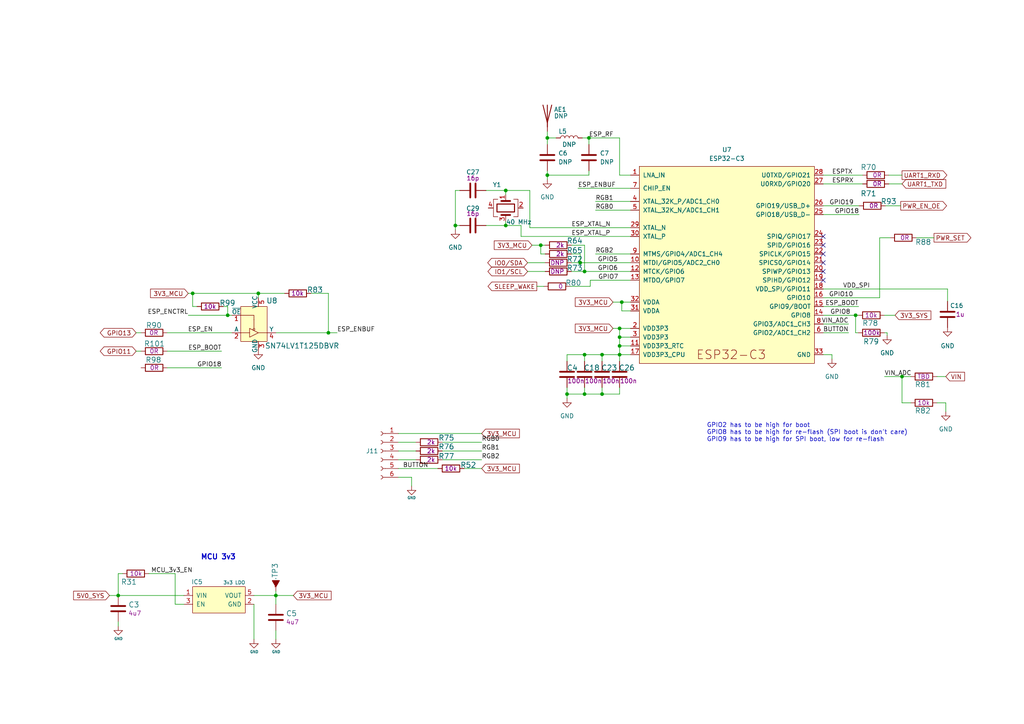
<source format=kicad_sch>
(kicad_sch (version 20211123) (generator eeschema)
  (paper "A4")
  (lib_symbols
    (symbol "Connector:Conn_01x06_Female" (pin_names (offset 1.016) hide)
      (property "Reference" "J" (at 0 7.62 0))
      (property "Value" "Conn_01x06_Female" (at 0 -10.16 0))
      (symbol "Conn_01x06_Female_1_1"
        (arc (start 0 -7.112) (mid -0.508 -7.62) (end 0 -8.128) (stroke (width 0.1524)))
        (arc (start 0 -4.572) (mid -0.508 -5.08) (end 0 -5.588) (stroke (width 0.1524)))
        (arc (start 0 -2.032) (mid -0.508 -2.54) (end 0 -3.048) (stroke (width 0.1524)))
        (polyline (pts (xy -1.27 -7.62) (xy -0.508 -7.62)) (stroke (width 0.1524)))
        (polyline (pts (xy -1.27 -5.08) (xy -0.508 -5.08)) (stroke (width 0.1524)))
        (polyline (pts (xy -1.27 -2.54) (xy -0.508 -2.54)) (stroke (width 0.1524)))
        (polyline (pts (xy -1.27 0) (xy -0.508 0)) (stroke (width 0.1524)))
        (polyline (pts (xy -1.27 2.54) (xy -0.508 2.54)) (stroke (width 0.1524)))
        (polyline (pts (xy -1.27 5.08) (xy -0.508 5.08)) (stroke (width 0.1524)))
        (arc (start 0 0.508) (mid -0.508 0) (end 0 -0.508) (stroke (width 0.1524)))
        (arc (start 0 3.048) (mid -0.508 2.54) (end 0 2.032) (stroke (width 0.1524)))
        (arc (start 0 5.588) (mid -0.508 5.08) (end 0 4.572) (stroke (width 0.1524)))
        (pin passive line (at -5.08 5.08 0) (length 3.81) (name "Pin_1") (number "1"))
        (pin passive line (at -5.08 2.54 0) (length 3.81) (name "Pin_2") (number "2"))
        (pin passive line (at -5.08 0 0) (length 3.81) (name "Pin_3") (number "3"))
        (pin passive line (at -5.08 -2.54 0) (length 3.81) (name "Pin_4") (number "4"))
        (pin passive line (at -5.08 -5.08 0) (length 3.81) (name "Pin_5") (number "5"))
        (pin passive line (at -5.08 -7.62 0) (length 3.81) (name "Pin_6") (number "6"))
      )
    )
    (symbol "Device:Antenna" (pin_numbers hide) (pin_names (offset 1.016) hide)
      (property "Reference" "AE" (at -1.905 1.905 0))
      (property "Value" "Antenna" (at -1.905 0 0))
      (symbol "Antenna_0_1"
        (polyline (pts (xy 0 2.54) (xy 0 -3.81)) (stroke (width 0.254)))
        (polyline (pts (xy 1.27 2.54) (xy 0 -2.54) (xy -1.27 2.54)) (stroke (width 0.254)))
      )
      (symbol "Antenna_1_1"
        (pin input line (at 0 -5.08 90) (length 2.54) (name "A") (number "1"))
      )
    )
    (symbol "Device:C" (pin_numbers hide) (pin_names (offset 0.254))
      (property "Reference" "C" (at 0.635 2.54 0))
      (property "Value" "C" (at 0.635 -2.54 0))
      (symbol "C_0_1"
        (polyline (pts (xy -2.032 -0.762) (xy 2.032 -0.762)) (stroke (width 0.508)))
        (polyline (pts (xy -2.032 0.762) (xy 2.032 0.762)) (stroke (width 0.508)))
      )
      (symbol "C_1_1"
        (pin passive line (at 0 3.81 270) (length 2.794) (name "~") (number "1"))
        (pin passive line (at 0 -3.81 90) (length 2.794) (name "~") (number "2"))
      )
    )
    (symbol "Device:Crystal_GND24" (pin_names (offset 1.016) hide)
      (property "Reference" "Y" (at 3.175 5.08 0))
      (property "Value" "Crystal_GND24" (at 3.175 3.175 0))
      (symbol "Crystal_GND24_0_1"
        (rectangle (start -1.143 2.54) (end 1.143 -2.54) (stroke (width 0.3048)))
        (polyline (pts (xy -2.54 0) (xy -2.032 0)))
        (polyline (pts (xy -2.032 -1.27) (xy -2.032 1.27)) (stroke (width 0.508)))
        (polyline (pts (xy 0 -3.81) (xy 0 -3.556)))
        (polyline (pts (xy 0 3.556) (xy 0 3.81)))
        (polyline (pts (xy 2.032 -1.27) (xy 2.032 1.27)) (stroke (width 0.508)))
        (polyline (pts (xy 2.032 0) (xy 2.54 0)))
        (polyline (pts (xy -2.54 -2.286) (xy -2.54 -3.556) (xy 2.54 -3.556) (xy 2.54 -2.286)))
        (polyline (pts (xy -2.54 2.286) (xy -2.54 3.556) (xy 2.54 3.556) (xy 2.54 2.286)))
      )
      (symbol "Crystal_GND24_1_1"
        (pin passive line (at -3.81 0 0) (length 1.27) (name "1") (number "1"))
        (pin passive line (at 0 5.08 270) (length 1.27) (name "2") (number "2"))
        (pin passive line (at 3.81 0 180) (length 1.27) (name "3") (number "3"))
        (pin passive line (at 0 -5.08 90) (length 1.27) (name "4") (number "4"))
      )
    )
    (symbol "Device:L" (pin_numbers hide) (pin_names (offset 1.016) hide)
      (property "Reference" "L" (at -1.27 0 90))
      (property "Value" "L" (at 1.905 0 90))
      (symbol "L_0_1"
        (arc (start 0 -2.54) (mid 0.635 -1.905) (end 0 -1.27))
        (arc (start 0 -1.27) (mid 0.635 -0.635) (end 0 0))
        (arc (start 0 0) (mid 0.635 0.635) (end 0 1.27))
        (arc (start 0 1.27) (mid 0.635 1.905) (end 0 2.54))
      )
      (symbol "L_1_1"
        (pin passive line (at 0 3.81 270) (length 1.27) (name "1") (number "1"))
        (pin passive line (at 0 -3.81 90) (length 1.27) (name "2") (number "2"))
      )
    )
    (symbol "Espressif:ESP32-C3" (pin_names (offset 1.016))
      (property "Reference" "U" (at 0 31.75 0))
      (property "Value" "ESP32-C3" (at 0 -27.94 0))
      (symbol "ESP32-C3_0_0"
        (text "ESP32-C3" (at 1.27 -24.13 0) (effects (font (size 2.54 2.54))))
        (pin bidirectional line (at -27.94 27.94 0) (length 2.54) (name "LNA_IN") (number "1"))
        (pin bidirectional line (at -27.94 2.54 0) (length 2.54) (name "MTDI/GPIO5/ADC2_CH0") (number "10"))
        (pin power_in line (at -27.94 -21.59 0) (length 2.54) (name "VDD3P3_RTC") (number "11"))
        (pin bidirectional line (at -27.94 0 0) (length 2.54) (name "MTCK/GPIO6") (number "12"))
        (pin bidirectional line (at -27.94 -2.54 0) (length 2.54) (name "MTDO/GPIO7") (number "13"))
        (pin bidirectional line (at 27.94 -12.7 180) (length 2.54) (name "GPIO8") (number "14"))
        (pin bidirectional line (at 27.94 -10.16 180) (length 2.54) (name "GPIO9/BOOT") (number "15"))
        (pin bidirectional line (at 27.94 -7.62 180) (length 2.54) (name "GPIO10") (number "16"))
        (pin power_in line (at -27.94 -24.13 0) (length 2.54) (name "VDD3P3_CPU") (number "17"))
        (pin bidirectional line (at 27.94 -5.08 180) (length 2.54) (name "VDD_SPI/GPIO11") (number "18"))
        (pin bidirectional line (at 27.94 -2.54 180) (length 2.54) (name "SPIHD/GPIO12") (number "19"))
        (pin power_in line (at -27.94 -16.51 0) (length 2.54) (name "VDD3P3") (number "2"))
        (pin bidirectional line (at 27.94 0 180) (length 2.54) (name "SPIWP/GPIO13") (number "20"))
        (pin bidirectional line (at 27.94 2.54 180) (length 2.54) (name "SPICS0/GPIO14") (number "21"))
        (pin bidirectional line (at 27.94 5.08 180) (length 2.54) (name "SPICLK/GPIO15") (number "22"))
        (pin bidirectional line (at 27.94 7.62 180) (length 2.54) (name "SPID/GPIO16") (number "23"))
        (pin bidirectional line (at 27.94 10.16 180) (length 2.54) (name "SPIQ/GPIO17") (number "24"))
        (pin bidirectional line (at 27.94 16.51 180) (length 2.54) (name "GPIO18/USB_D-") (number "25"))
        (pin bidirectional line (at 27.94 19.05 180) (length 2.54) (name "GPIO19/USB_D+") (number "26"))
        (pin bidirectional line (at 27.94 25.4 180) (length 2.54) (name "U0RXD/GPIO20") (number "27"))
        (pin bidirectional line (at 27.94 27.94 180) (length 2.54) (name "U0TXD/GPIO21") (number "28"))
        (pin output line (at -27.94 12.7 0) (length 2.54) (name "XTAL_N") (number "29"))
        (pin power_in line (at -27.94 -19.05 0) (length 2.54) (name "VDD3P3") (number "3"))
        (pin input line (at -27.94 10.16 0) (length 2.54) (name "XTAL_P") (number "30"))
        (pin power_in line (at -27.94 -11.43 0) (length 2.54) (name "VDDA") (number "31"))
        (pin power_in line (at -27.94 -8.89 0) (length 2.54) (name "VDDA") (number "32"))
        (pin power_in line (at 27.94 -24.13 180) (length 2.54) (name "GND") (number "33"))
        (pin output line (at -27.94 20.32 0) (length 2.54) (name "XTAL_32K_P/ADC1_CH0") (number "4"))
        (pin input line (at -27.94 17.78 0) (length 2.54) (name "XTAL_32K_N/ADC1_CH1") (number "5"))
        (pin bidirectional line (at 27.94 -17.78 180) (length 2.54) (name "GPIO2/ADC1_CH2") (number "6"))
        (pin input line (at -27.94 24.13 0) (length 2.54) (name "CHIP_EN") (number "7"))
        (pin bidirectional line (at 27.94 -15.24 180) (length 2.54) (name "GPIO3/ADC1_CH3") (number "8"))
        (pin bidirectional line (at -27.94 5.08 0) (length 2.54) (name "MTMS/GPIO4/ADC1_CH4") (number "9"))
      )
      (symbol "ESP32-C3_0_1"
        (rectangle (start -25.4 30.48) (end 25.4 -26.67) (fill (type background)))
      )
    )
    (symbol "jetson-nano-baseboard:C_100n_0402" (pin_names (offset 0))
      (property "Reference" "C" (at -1.397 3.429 0))
      (property "Val" "100n" (at 0 -2.54 0))
      (symbol "C_100n_0402_1_1"
        (polyline (pts (xy -2.032 -0.762) (xy 2.032 -0.762)) (stroke (width 0.508)))
        (polyline (pts (xy -2.032 0.762) (xy 2.032 0.762)) (stroke (width 0.508)))
        (pin passive line (at 0 3.81 270) (length 2.794) (name "~") (number "1"))
        (pin passive line (at 0 -3.81 90) (length 2.794) (name "~") (number "2"))
      )
    )
    (symbol "jetson-nano-baseboard:C_2u2_0402" (pin_names (offset 0))
      (property "Reference" "C" (at -1.397 3.429 0))
      (property "Val" "2u2" (at 0 -2.54 0))
      (symbol "C_2u2_0402_1_1"
        (polyline (pts (xy -2.032 -0.762) (xy 2.032 -0.762)) (stroke (width 0.508)))
        (polyline (pts (xy -2.032 0.762) (xy 2.032 0.762)) (stroke (width 0.508)))
        (pin passive line (at 0 3.81 270) (length 2.794) (name "~") (number "1"))
        (pin passive line (at 0 -3.81 90) (length 2.794) (name "~") (number "2"))
      )
    )
    (symbol "jetson-nano-baseboard:GND" (power) (pin_names (offset 0))
      (property "Value" "GND" (at 0 -3.81 0))
      (symbol "GND_0_1"
        (polyline (pts (xy 0 0) (xy 0 -1.27) (xy 1.27 -1.27) (xy 0 -2.54) (xy -1.27 -1.27) (xy 0 -1.27)))
      )
      (symbol "GND_1_1"
        (pin power_in line (at 0 0 270) (length 0) hide (name "GND") (number "1"))
      )
    )
    (symbol "jetson-nano-baseboard:R_10k_0402" (pin_names (offset 0))
      (property "Reference" "R" (at -1.397 3.429 0))
      (property "Val" "10k" (at 0 -2.54 0))
      (symbol "R_10k_0402_1_1"
        (rectangle (start 2.54 -1.016) (end -2.54 1.016) (stroke (width 0.254)))
        (pin passive line (at -3.81 0 0) (length 1.27) (name "~") (number "1"))
        (pin passive line (at 3.81 0 180) (length 1.27) (name "~") (number "2"))
      )
    )
    (symbol "jetson-nano-baseboard:SN74LV1T125DBVR" (pin_names (offset 0))
      (property "Reference" "U" (at -2.54 6.35 0))
      (property "Value" "SN74LV1T125DBVR" (at 1.905 -6.35 0))
      (symbol "SN74LV1T125DBVR_0_1"
        (rectangle (start -5.08 5.08) (end 2.54 -5.08) (fill (type background)))
        (circle (center -1.27 -1.524) (radius 0.254))
        (polyline (pts (xy -1.27 1.27) (xy -1.27 -1.27)))
        (polyline (pts (xy 0 -2.54) (xy 2.54 -2.54)))
        (polyline (pts (xy -5.08 2.54) (xy -1.27 2.54) (xy -1.27 1.27)))
        (polyline (pts (xy -2.54 -2.54) (xy -3.81 -2.54) (xy -5.08 -2.54)))
        (polyline (pts (xy -2.54 -1.27) (xy -2.54 -3.81) (xy 0 -2.54) (xy -2.54 -1.27)))
      )
      (symbol "SN74LV1T125DBVR_1_1"
        (pin input line (at -7.62 2.54 0) (length 2.54) (name "~{OE}") (number "1"))
        (pin input line (at -7.62 -2.54 0) (length 2.54) (name "A") (number "2"))
        (pin power_in line (at 0 -7.62 90) (length 2.54) (name "GND") (number "3"))
        (pin output line (at 5.08 -2.54 180) (length 2.54) (name "Y") (number "4"))
        (pin power_in line (at 0 7.62 270) (length 2.54) (name "VCC") (number "5"))
      )
    )
    (symbol "jetson-nano-baseboard:TPS7A0518PDBVT" (pin_names (offset 1.016))
      (property "Reference" "IC" (at -6.35 5.08 0))
      (property "Value" "TPS7A0518PDBVT" (at -1.651 -4.826 0))
      (property "MPN" "TPS7A0518PDBVT" (at -3.81 7.62 0))
      (property "Manufacturer" "Texas Instruments" (at -1.27 10.16 0))
      (symbol "TPS7A0518PDBVT_1_1"
        (rectangle (start -7.62 3.81) (end 7.62 -3.81) (fill (type background)))
        (pin passive line (at -10.16 1.27 0) (length 2.54) (name "VIN") (number "1"))
        (pin passive line (at 10.16 -1.27 180) (length 2.54) (name "GND") (number "2"))
        (pin passive line (at -10.16 -1.27 0) (length 2.54) (name "EN") (number "3"))
        (pin passive line (at 10.16 1.27 180) (length 2.54) (name "VOUT") (number "5"))
      )
    )
    (symbol "jetson-nano-baseboard:Testpad" (pin_names (offset 1.016))
      (property "Reference" "TP" (at -7.62 -1.27 0))
      (symbol "Testpad_0_1"
        (polyline (pts (xy 0 0) (xy 1.016 1.778) (xy -1.016 1.778) (xy 0 0) (xy 0 0)) (stroke (width 0.254)) (fill (type outline)))
        (pin passive line (at 0 -1.27 90) (length 2.54) (name "P") (number "1"))
      )
    )
    (symbol "power:GND" (power) (pin_names (offset 0))
      (property "Value" "GND" (at 0 -3.81 0))
      (symbol "GND_0_1"
        (polyline (pts (xy 0 0) (xy 0 -1.27) (xy 1.27 -1.27) (xy 0 -2.54) (xy -1.27 -1.27) (xy 0 -1.27)))
      )
      (symbol "GND_1_1"
        (pin power_in line (at 0 0 270) (length 0) hide (name "GND") (number "1"))
      )
    )
  )
  (junction (at 95.25 96.52))
  (junction (at 248.158 91.44))
  (junction (at 169.545 114.3))
  (junction (at 55.88 85.09))
  (junction (at 132.08 65.405))
  (junction (at 146.685 55.245))
  (junction (at 179.705 95.25))
  (junction (at 261.62 109.22))
  (junction (at 179.705 102.87))
  (junction (at 174.625 114.3))
  (junction (at 180.34 87.63))
  (junction (at 168.275 76.2))
  (junction (at 164.465 114.3))
  (junction (at 146.685 65.405))
  (junction (at 66.04 91.44))
  (junction (at 158.75 40.005))
  (junction (at 158.75 50.8))
  (junction (at 179.705 97.79))
  (junction (at 174.625 102.87))
  (junction (at 80.01 172.72))
  (junction (at 169.545 78.74))
  (junction (at 179.705 100.33))
  (junction (at 170.815 40.005))
  (junction (at 169.545 102.87))
  (junction (at 74.93 85.09))
  (junction (at 156.845 71.12))
  (junction (at 34.29 172.72))
  (no_connect (at 238.76 81.28))
  (no_connect (at 238.76 78.74))
  (no_connect (at 238.76 68.58))
  (no_connect (at 238.76 76.2))
  (no_connect (at 238.76 73.66))
  (no_connect (at 238.76 71.12))
  (wire (pts (xy 54.61 85.09) (xy 55.88 85.09)))
  (wire (pts (xy 182.88 100.33) (xy 179.705 100.33)))
  (wire (pts (xy 66.04 91.44) (xy 67.31 91.44)))
  (wire (pts (xy 164.465 112.395) (xy 164.465 114.3)))
  (wire (pts (xy 146.685 55.245) (xy 146.685 56.515)))
  (wire (pts (xy 158.75 40.005) (xy 158.75 41.91)))
  (wire (pts (xy 90.17 85.09) (xy 95.25 85.09)))
  (wire (pts (xy 238.76 93.98) (xy 246.126 93.98)))
  (wire (pts (xy 128.27 130.81) (xy 139.7 130.81)))
  (wire (pts (xy 170.815 40.005) (xy 170.815 41.91)))
  (wire (pts (xy 115.57 133.35) (xy 120.65 133.35)))
  (wire (pts (xy 169.545 102.87) (xy 169.545 104.775)))
  (wire (pts (xy 179.705 102.87) (xy 174.625 102.87)))
  (wire (pts (xy 48.514 101.854) (xy 64.262 101.854)))
  (wire (pts (xy 238.76 50.8) (xy 250.19 50.8)))
  (wire (pts (xy 169.545 112.395) (xy 169.545 114.3)))
  (wire (pts (xy 274.828 87.376) (xy 274.828 83.82)))
  (wire (pts (xy 74.93 85.09) (xy 74.93 86.36)))
  (wire (pts (xy 156.845 71.12) (xy 158.115 71.12)))
  (wire (pts (xy 257.81 50.8) (xy 261.62 50.8)))
  (wire (pts (xy 151.13 65.405) (xy 146.685 65.405)))
  (wire (pts (xy 238.76 86.36) (xy 255.143 86.36)))
  (wire (pts (xy 171.196 81.28) (xy 171.196 83.058)))
  (wire (pts (xy 170.815 40.005) (xy 179.705 40.005)))
  (wire (pts (xy 238.76 102.87) (xy 241.3 102.87)))
  (wire (pts (xy 257.302 96.52) (xy 257.302 97.282)))
  (wire (pts (xy 169.545 78.74) (xy 182.88 78.74)))
  (wire (pts (xy 74.93 85.09) (xy 82.55 85.09)))
  (wire (pts (xy 80.01 96.52) (xy 95.25 96.52)))
  (wire (pts (xy 153.67 55.245) (xy 153.67 66.04)))
  (wire (pts (xy 261.62 109.22) (xy 264.16 109.22)))
  (wire (pts (xy 132.08 65.405) (xy 132.08 66.675)))
  (wire (pts (xy 180.34 90.17) (xy 180.34 87.63)))
  (wire (pts (xy 174.625 114.3) (xy 179.705 114.3)))
  (wire (pts (xy 165.354 83.058) (xy 171.196 83.058)))
  (wire (pts (xy 256.54 109.22) (xy 261.62 109.22)))
  (wire (pts (xy 54.61 91.44) (xy 66.04 91.44)))
  (wire (pts (xy 153.035 78.74) (xy 158.115 78.74)))
  (wire (pts (xy 80.01 171.45) (xy 80.01 172.72)))
  (wire (pts (xy 66.04 88.9) (xy 66.04 91.44)))
  (wire (pts (xy 151.13 68.58) (xy 151.13 65.405)))
  (wire (pts (xy 238.76 53.34) (xy 250.19 53.34)))
  (wire (pts (xy 171.196 81.28) (xy 182.88 81.28)))
  (wire (pts (xy 248.158 96.52) (xy 248.92 96.52)))
  (wire (pts (xy 169.545 102.87) (xy 164.465 102.87)))
  (wire (pts (xy 146.685 64.135) (xy 146.685 65.405)))
  (wire (pts (xy 115.57 128.27) (xy 120.65 128.27)))
  (wire (pts (xy 170.815 50.8) (xy 158.75 50.8)))
  (wire (pts (xy 57.15 88.9) (xy 55.88 88.9)))
  (wire (pts (xy 156.845 71.12) (xy 156.845 73.66)))
  (wire (pts (xy 164.465 114.3) (xy 169.545 114.3)))
  (wire (pts (xy 271.78 109.22) (xy 274.32 109.22)))
  (wire (pts (xy 238.76 59.69) (xy 249.174 59.69)))
  (wire (pts (xy 255.143 68.961) (xy 255.143 86.36)))
  (wire (pts (xy 128.27 133.35) (xy 139.7 133.35)))
  (wire (pts (xy 179.705 100.33) (xy 179.705 97.79)))
  (wire (pts (xy 64.77 88.9) (xy 66.04 88.9)))
  (wire (pts (xy 158.75 40.005) (xy 161.29 40.005)))
  (wire (pts (xy 177.8 87.63) (xy 180.34 87.63)))
  (wire (pts (xy 174.625 102.87) (xy 169.545 102.87)))
  (wire (pts (xy 261.62 116.84) (xy 261.62 109.22)))
  (wire (pts (xy 31.75 172.72) (xy 34.29 172.72)))
  (wire (pts (xy 39.497 96.52) (xy 40.894 96.52)))
  (wire (pts (xy 155.702 83.058) (xy 157.734 83.058)))
  (wire (pts (xy 169.545 71.12) (xy 169.545 78.74)))
  (wire (pts (xy 167.64 54.61) (xy 182.88 54.61)))
  (wire (pts (xy 128.27 128.27) (xy 139.7 128.27)))
  (wire (pts (xy 248.158 91.44) (xy 248.92 91.44)))
  (wire (pts (xy 34.29 180.34) (xy 34.29 181.61)))
  (wire (pts (xy 172.72 60.96) (xy 182.88 60.96)))
  (wire (pts (xy 133.35 55.245) (xy 132.08 55.245)))
  (wire (pts (xy 73.66 172.72) (xy 80.01 172.72)))
  (wire (pts (xy 73.66 175.26) (xy 73.66 185.42)))
  (wire (pts (xy 34.29 172.72) (xy 53.34 172.72)))
  (wire (pts (xy 256.54 96.52) (xy 257.302 96.52)))
  (wire (pts (xy 180.34 87.63) (xy 182.88 87.63)))
  (wire (pts (xy 80.01 182.88) (xy 80.01 185.42)))
  (wire (pts (xy 153.035 76.2) (xy 158.115 76.2)))
  (wire (pts (xy 95.25 96.52) (xy 97.79 96.52)))
  (wire (pts (xy 134.62 135.89) (xy 139.7 135.89)))
  (wire (pts (xy 168.275 76.2) (xy 182.88 76.2)))
  (wire (pts (xy 34.29 172.72) (xy 34.29 166.37)))
  (wire (pts (xy 256.54 91.44) (xy 259.588 91.44)))
  (wire (pts (xy 179.705 102.87) (xy 179.705 100.33)))
  (wire (pts (xy 43.18 166.37) (xy 50.8 166.37)))
  (wire (pts (xy 238.76 62.23) (xy 249.174 62.23)))
  (wire (pts (xy 248.158 91.44) (xy 248.158 96.52)))
  (wire (pts (xy 165.735 76.2) (xy 168.275 76.2)))
  (wire (pts (xy 179.705 40.005) (xy 179.705 50.8)))
  (wire (pts (xy 115.57 135.89) (xy 127 135.89)))
  (wire (pts (xy 48.514 96.52) (xy 67.31 96.52)))
  (wire (pts (xy 238.76 88.9) (xy 249.047 88.9)))
  (wire (pts (xy 158.75 50.8) (xy 158.75 52.07)))
  (wire (pts (xy 182.88 90.17) (xy 180.34 90.17)))
  (wire (pts (xy 132.08 55.245) (xy 132.08 65.405)))
  (wire (pts (xy 115.57 130.81) (xy 120.65 130.81)))
  (wire (pts (xy 55.88 88.9) (xy 55.88 85.09)))
  (wire (pts (xy 274.32 116.84) (xy 274.32 119.38)))
  (wire (pts (xy 115.57 125.73) (xy 139.7 125.73)))
  (wire (pts (xy 146.685 55.245) (xy 153.67 55.245)))
  (wire (pts (xy 182.88 68.58) (xy 151.13 68.58)))
  (wire (pts (xy 258.191 68.961) (xy 255.143 68.961)))
  (wire (pts (xy 241.3 102.87) (xy 241.3 104.14)))
  (wire (pts (xy 39.497 101.854) (xy 40.894 101.854)))
  (wire (pts (xy 115.57 138.43) (xy 119.38 138.43)))
  (wire (pts (xy 133.35 65.405) (xy 132.08 65.405)))
  (wire (pts (xy 50.8 175.26) (xy 53.34 175.26)))
  (wire (pts (xy 165.735 71.12) (xy 169.545 71.12)))
  (wire (pts (xy 179.705 50.8) (xy 182.88 50.8)))
  (wire (pts (xy 168.91 40.005) (xy 170.815 40.005)))
  (wire (pts (xy 257.81 53.34) (xy 261.62 53.34)))
  (wire (pts (xy 174.625 112.395) (xy 174.625 114.3)))
  (wire (pts (xy 238.76 91.44) (xy 248.158 91.44)))
  (wire (pts (xy 174.625 102.87) (xy 174.625 104.775)))
  (wire (pts (xy 265.811 68.961) (xy 270.891 68.961)))
  (wire (pts (xy 238.76 96.52) (xy 246.126 96.52)))
  (wire (pts (xy 264.16 116.84) (xy 261.62 116.84)))
  (wire (pts (xy 170.815 49.53) (xy 170.815 50.8)))
  (wire (pts (xy 80.01 175.26) (xy 80.01 172.72)))
  (wire (pts (xy 154.305 71.12) (xy 156.845 71.12)))
  (wire (pts (xy 95.25 85.09) (xy 95.25 96.52)))
  (wire (pts (xy 179.705 97.79) (xy 179.705 95.25)))
  (wire (pts (xy 164.465 115.57) (xy 164.465 114.3)))
  (wire (pts (xy 158.75 49.53) (xy 158.75 50.8)))
  (wire (pts (xy 179.705 104.775) (xy 179.705 102.87)))
  (wire (pts (xy 153.67 66.04) (xy 182.88 66.04)))
  (wire (pts (xy 140.97 55.245) (xy 146.685 55.245)))
  (wire (pts (xy 179.705 95.25) (xy 177.8 95.25)))
  (wire (pts (xy 34.29 166.37) (xy 35.56 166.37)))
  (wire (pts (xy 85.09 172.72) (xy 80.01 172.72)))
  (wire (pts (xy 48.514 106.68) (xy 64.262 106.68)))
  (wire (pts (xy 168.275 73.66) (xy 168.275 76.2)))
  (wire (pts (xy 156.845 73.66) (xy 158.115 73.66)))
  (wire (pts (xy 179.705 102.87) (xy 182.88 102.87)))
  (wire (pts (xy 119.38 138.43) (xy 119.38 140.97)))
  (wire (pts (xy 55.88 85.09) (xy 74.93 85.09)))
  (wire (pts (xy 50.8 166.37) (xy 50.8 175.26)))
  (wire (pts (xy 165.735 73.66) (xy 168.275 73.66)))
  (wire (pts (xy 169.545 114.3) (xy 174.625 114.3)))
  (wire (pts (xy 256.794 59.69) (xy 261.239 59.69)))
  (wire (pts (xy 172.72 58.42) (xy 182.88 58.42)))
  (wire (pts (xy 172.72 73.66) (xy 182.88 73.66)))
  (wire (pts (xy 164.465 102.87) (xy 164.465 104.775)))
  (wire (pts (xy 140.97 65.405) (xy 146.685 65.405)))
  (wire (pts (xy 271.78 116.84) (xy 274.32 116.84)))
  (wire (pts (xy 179.705 114.3) (xy 179.705 112.395)))
  (wire (pts (xy 179.705 97.79) (xy 182.88 97.79)))
  (wire (pts (xy 238.76 83.82) (xy 274.828 83.82)))
  (wire (pts (xy 158.75 38.1) (xy 158.75 40.005)))
  (wire (pts (xy 179.705 95.25) (xy 182.88 95.25)))
  (wire (pts (xy 165.735 78.74) (xy 169.545 78.74)))
  (text "GPIO2 has to be high for boot\nGPIO8 has to be high for re-flash (SPI boot is don't care)\nGPIO9 has to be high for SPI boot, low for re-flash\n" (at 204.978 128.27 0) (effects (font (size 1.27 1.27)) (justify left bottom)))
  (text "MCU 3v3\n" (at 58.166 162.56 0) (effects (font (size 1.4986 1.4986) (thickness 0.2997) bold) (justify left bottom)))
  (label "ESPTX" (at 241.3 50.8 0))
  (label "GPIO7" (at 173.482 81.28 0))
  (label "GPIO18" (at 64.262 106.68 180))
  (label "GPIO6" (at 173.355 78.74 0))
  (label "RGB1" (at 172.72 58.42 0))
  (label "ESP_EN" (at 54.483 96.52 0))
  (label "ESP_RF" (at 170.815 40.005 0))
  (label "ESP_ENCTRL" (at 54.61 91.44 180))
  (label "GPIO10" (at 240.411 86.36 0))
  (label "ESP_ENBUF" (at 97.79 96.52 0))
  (label "ESP_ENBUF" (at 167.64 54.61 0))
  (label "BUTTON" (at 246.126 96.52 180))
  (label "RGB1" (at 139.7 130.81 0))
  (label "ESP_XTAL_P" (at 165.735 68.58 0))
  (label "ESP_XTAL_N" (at 165.735 66.04 0))
  (label "GPIO5" (at 173.355 76.2 0))
  (label "VIN_ADC" (at 256.54 109.22 0))
  (label "MCU_3v3_EN" (at 43.815 166.37 0))
  (label "VDD_SPI" (at 244.475 83.82 0))
  (label "RGB0" (at 139.7 128.27 0))
  (label "RGB0" (at 172.72 60.96 0))
  (label "ESPRX" (at 241.3 53.34 0))
  (label "BUTTON" (at 116.84 135.89 0))
  (label "RGB2" (at 139.7 133.35 0))
  (label "GPIO8" (at 240.792 91.44 0))
  (label "VIN_ADC" (at 246.126 93.98 180))
  (label "RGB2" (at 172.72 73.66 0))
  (label "GPIO19" (at 240.538 59.69 0))
  (label "ESP_BOOT" (at 249.047 88.9 180))
  (label "GPIO18" (at 249.174 62.23 180))
  (label "ESP_BOOT" (at 64.262 101.854 180))
  (global_label "UART1_TXD" (shape input) (at 261.62 53.34 0) (property "Intersheet References" "${INTERSHEET_REFS}" (effects hide)))
  (global_label "VIN" (shape input) (at 274.32 109.22 0) (property "Intersheet References" "${INTERSHEET_REFS}" (effects hide)))
  (global_label "5V0_SYS" (shape input) (at 31.75 172.72 180) (property "Intersheet References" "${INTERSHEET_REFS}" (effects hide)))
  (global_label "3V3_MCU" (shape input) (at 139.7 125.73 0) (property "Intersheet References" "${INTERSHEET_REFS}" (effects hide)))
  (global_label "3V3_SYS" (shape input) (at 259.588 91.44 0) (property "Intersheet References" "${INTERSHEET_REFS}" (effects hide)))
  (global_label "3V3_MCU" (shape input) (at 85.09 172.72 0) (property "Intersheet References" "${INTERSHEET_REFS}" (effects hide)))
  (global_label "IO1{slash}SCL" (shape bidirectional) (at 153.035 78.74 180) (property "Intersheet References" "${INTERSHEET_REFS}" (effects hide)))
  (global_label "UART1_RXD" (shape output) (at 261.62 50.8 0) (property "Intersheet References" "${INTERSHEET_REFS}" (effects hide)))
  (global_label "GPIO11" (shape bidirectional) (at 39.497 101.854 180) (property "Intersheet References" "${INTERSHEET_REFS}" (effects hide)))
  (global_label "3V3_MCU" (shape input) (at 139.7 135.89 0) (property "Intersheet References" "${INTERSHEET_REFS}" (effects hide)))
  (global_label "GPIO13" (shape bidirectional) (at 39.497 96.52 180) (property "Intersheet References" "${INTERSHEET_REFS}" (effects hide)))
  (global_label "SLEEP_WAKE" (shape output) (at 155.702 83.058 180) (property "Intersheet References" "${INTERSHEET_REFS}" (effects hide)))
  (global_label "3V3_MCU" (shape input) (at 177.8 95.25 180) (property "Intersheet References" "${INTERSHEET_REFS}" (effects hide)))
  (global_label "3V3_MCU" (shape input) (at 177.8 87.63 180) (property "Intersheet References" "${INTERSHEET_REFS}" (effects hide)))
  (global_label "3V3_MCU" (shape input) (at 54.61 85.09 180) (property "Intersheet References" "${INTERSHEET_REFS}" (effects hide)))
  (global_label "PWR_SET" (shape output) (at 270.891 68.961 0) (property "Intersheet References" "${INTERSHEET_REFS}" (effects hide)))
  (global_label "PWR_EN_OE" (shape output) (at 261.239 59.69 0) (property "Intersheet References" "${INTERSHEET_REFS}" (effects hide)))
  (global_label "3V3_MCU" (shape input) (at 154.305 71.12 180) (property "Intersheet References" "${INTERSHEET_REFS}" (effects hide)))
  (global_label "IO0{slash}SDA" (shape bidirectional) (at 153.035 76.2 180) (property "Intersheet References" "${INTERSHEET_REFS}" (effects hide)))
  (symbol (lib_id "jetson-nano-baseboard:R_10k_0402") (at 44.704 101.854 180) (unit 1)
    (property "Reference" "R101" (at 47.879 99.695 0) (effects (font (size 1.524 1.524)) (justify left)))
    (property "Value" "R_0R_0402" (effects hide))
    (property "Footprint" "Resistor_SMD:R_0402_1005Metric" (effects hide))
    (property "Val" "0R" (at 44.704 101.854 0))
  )
  (symbol (lib_id "jetson-nano-baseboard:C_2u2_0402") (at 80.01 179.07 0) (unit 1)
    (property "Reference" "C5" (at 82.931 177.927 0) (effects (font (size 1.524 1.524)) (justify left)))
    (property "Value" "C_4u7_0603" (effects hide))
    (property "Footprint" "Capacitor_SMD:C_0603_1608Metric" (effects hide))
    (property "Val" "4u7" (at 82.931 180.4162 0) (effects (justify left)))
  )
  (symbol (lib_id "power:GND") (at 274.32 119.38 0) (unit 1)
    (property "Reference" "#PWR06" (effects hide))
    (property "Value" "GND" (at 274.32 124.46 0))
  )
  (symbol (lib_id "jetson-nano-baseboard:C_100n_0402") (at 164.465 108.585 180) (unit 1)
    (property "Reference" "C4" (at 167.64 106.68 0) (effects (font (size 1.524 1.524)) (justify left)))
    (property "Value" "C_100n_0402" (effects hide))
    (property "Footprint" "jetson-nano-baseboard-footprints:0402-cap" (effects hide))
    (property "Manufacturer" "Walsin" (effects hide))
    (property "MPN" "0402X104K6R3CT" (effects hide))
    (property "Val" "100n" (at 169.545 110.49 0) (effects (justify left)))
  )
  (symbol (lib_id "jetson-nano-baseboard:R_10k_0402") (at 267.97 109.22 180) (unit 1)
    (property "Reference" "R81" (at 270.002 111.506 0) (effects (font (size 1.524 1.524)) (justify left)))
    (property "Value" "TBD" (effects hide))
    (property "Footprint" "Resistor_SMD:R_0402_1005Metric" (effects hide))
    (property "Val" "TBD" (at 269.748 109.22 0) (effects (justify left)))
  )
  (symbol (lib_id "jetson-nano-baseboard:R_10k_0402") (at 124.46 128.27 180) (unit 1)
    (property "Reference" "R75" (at 131.826 127 0) (effects (font (size 1.524 1.524)) (justify left)))
    (property "Value" "R_2k_0402" (effects hide))
    (property "Footprint" "Resistor_SMD:R_0402_1005Metric" (effects hide))
    (property "Val" "2k" (at 126.238 128.27 0) (effects (justify left)))
  )
  (symbol (lib_id "jetson-nano-baseboard:GND") (at 73.66 185.42 0) (unit 1)
    (property "Reference" "#GND_026" (effects hide))
    (property "Value" "GND" (at 73.7362 189.0522 0) (effects (font (size 0.762 0.762))))
  )
  (symbol (lib_id "Device:L") (at 165.1 40.005 90) (unit 1)
    (property "Reference" "L5" (at 163.195 38.1 90))
    (property "Value" "DNP" (at 165.1 41.91 90))
    (property "Footprint" "Inductor_SMD:L_0402_1005Metric" (effects hide))
  )
  (symbol (lib_id "Device:Crystal_GND24") (at 146.685 60.325 270) (unit 1)
    (property "Reference" "Y1" (at 144.145 53.5938 90))
    (property "Value" "40 MHz" (at 150.495 64.3888 90))
    (property "Footprint" "Crystal:Crystal_SMD_2016-4Pin_2.0x1.6mm" (effects hide))
  )
  (symbol (lib_id "power:GND") (at 164.465 115.57 0) (unit 1)
    (property "Reference" "#PWR04" (effects hide))
    (property "Value" "GND" (at 164.465 120.65 0))
  )
  (symbol (lib_id "jetson-nano-baseboard:R_10k_0402") (at 161.925 78.74 180) (unit 1)
    (property "Reference" "R73" (at 169.037 77.724 0) (effects (font (size 1.524 1.524)) (justify left)))
    (property "Value" "DNP" (effects hide))
    (property "Footprint" "Resistor_SMD:R_0402_1005Metric" (effects hide))
    (property "Val" "DNP" (at 163.703 78.74 0) (effects (justify left)))
  )
  (symbol (lib_id "Device:C") (at 137.16 65.405 270) (unit 1)
    (property "Reference" "C29" (at 137.16 60.452 90))
    (property "Value" "C_16p_0402" (effects hide))
    (property "Footprint" "Capacitor_SMD:C_0402_1005Metric" (effects hide))
    (property "Val" "16p" (at 137.16 61.976 90))
  )
  (symbol (lib_id "power:GND") (at 158.75 52.07 0) (unit 1)
    (property "Reference" "#PWR01" (effects hide))
    (property "Value" "GND" (at 158.75 57.15 0))
  )
  (symbol (lib_id "Device:C") (at 137.16 55.245 270) (unit 1)
    (property "Reference" "C27" (at 137.16 49.911 90))
    (property "Value" "C_16p_0402" (effects hide))
    (property "Footprint" "Capacitor_SMD:C_0402_1005Metric" (effects hide))
    (property "Val" "16p" (at 137.16 51.689 90))
  )
  (symbol (lib_id "power:GND") (at 241.3 104.14 0) (unit 1)
    (property "Reference" "#PWR02" (effects hide))
    (property "Value" "GND" (at 241.3 109.22 0))
  )
  (symbol (lib_id "jetson-nano-baseboard:R_10k_0402") (at 161.544 83.058 180) (unit 1)
    (property "Reference" "R80" (at 168.656 82.042 0) (effects (font (size 1.524 1.524)) (justify left)))
    (property "Value" "R_0R_0402" (effects hide))
    (property "Footprint" "Resistor_SMD:R_0402_1005Metric" (effects hide))
    (property "Val" "0" (at 163.322 83.058 0) (effects (justify left)))
  )
  (symbol (lib_id "jetson-nano-baseboard:SN74LV1T125DBVR") (at 74.93 93.98 0) (unit 1)
    (property "Reference" "U8" (at 78.867 87.2237 0) (effects (font (size 1.524 1.524))))
    (property "Value" "SN74LV1T125DBVR" (at 87.63 100.3047 0) (effects (font (size 1.524 1.524))))
    (property "Footprint" "jetson-nano-baseboard-footprints:SOT-23-5" (effects hide))
    (property "MPN" "SN74LV1T125DBVR" (effects hide))
    (property "Manufacturer" "Texas Instruments" (effects hide))
  )
  (symbol (lib_id "power:GND") (at 74.93 101.6 0) (unit 1)
    (property "Reference" "#PWR07" (effects hide))
    (property "Value" "GND" (at 74.93 106.68 0))
  )
  (symbol (lib_id "jetson-nano-baseboard:R_10k_0402") (at 252.73 91.44 180) (unit 1)
    (property "Reference" "R78" (at 254.762 93.726 0) (effects (font (size 1.524 1.524)) (justify left)))
    (property "Value" "R_10k_0402" (effects hide))
    (property "Footprint" "Resistor_SMD:R_0402_1005Metric" (effects hide))
    (property "Val" "10k" (at 254.508 91.44 0) (effects (justify left)))
  )
  (symbol (lib_id "power:GND") (at 274.828 94.996 0) (unit 1)
    (property "Reference" "#PWR03" (effects hide))
    (property "Value" "GND" (at 274.828 100.33 0))
  )
  (symbol (lib_id "jetson-nano-baseboard:R_10k_0402") (at 39.37 166.37 180) (unit 1)
    (property "Reference" "R31" (at 39.751 168.783 0) (effects (font (size 1.524 1.524)) (justify left)))
    (property "Value" "R_10k_0402" (effects hide))
    (property "Footprint" "jetson-nano-baseboard-footprints:0402-res" (effects hide))
    (property "Manufacturer" "VISHAY" (effects hide))
    (property "MPN" "CRCW040210K0FKEDHP" (effects hide))
    (property "Val" "10k" (at 41.275 166.37 0) (effects (justify left)))
  )
  (symbol (lib_id "power:GND") (at 257.302 97.282 0) (unit 1)
    (property "Reference" "#PWR0101" (effects hide))
    (property "Value" "GND" (at 257.302 102.362 0))
  )
  (symbol (lib_id "jetson-nano-baseboard:Testpad") (at 80.01 170.18 0) (unit 1)
    (property "Reference" "TP3" (at 80.645 167.64 90) (effects (font (size 1.524 1.524)) (justify left bottom)))
    (property "Footprint" "jetson-nano-baseboard-footprints:TP-R-1.5" (effects hide))
    (property "MPN" "N/A" (effects hide))
    (property "Manufacturer" "N/A" (effects hide))
  )
  (symbol (lib_id "jetson-nano-baseboard:R_10k_0402") (at 252.73 96.52 180) (unit 1)
    (property "Reference" "R79" (at 255.016 99.06 0) (effects (font (size 1.524 1.524)) (justify left)))
    (property "Value" "R_100k_0402" (effects hide))
    (property "Footprint" "Resistor_SMD:R_0402_1005Metric" (effects hide))
    (property "Val" "100k" (at 255.27 96.52 0) (effects (justify left)))
  )
  (symbol (lib_id "Device:Antenna") (at 158.75 33.02 0) (unit 1)
    (property "Reference" "AE1" (at 160.655 31.7499 0) (effects (justify left)))
    (property "Value" "DNP" (at 160.655 33.6549 0) (effects (justify left)))
    (property "Footprint" "Connector_Coaxial:U.FL_Hirose_U.FL-R-SMT-1_Vertical" (effects hide))
  )
  (symbol (lib_id "Espressif:ESP32-C3") (at 210.82 78.74 0) (unit 1)
    (property "Reference" "U7" (at 210.82 43.434 0))
    (property "Value" "ESP32-C3" (at 210.82 45.974 0))
    (property "Footprint" "Package_DFN_QFN:QFN-32-1EP_5x5mm_P0.5mm_EP3.45x3.45mm" (effects hide))
    (property "Datasheet" "https://www.espressif.com/sites/default/files/documentation/esp32-c3_datasheet_en.pdf" (effects hide))
  )
  (symbol (lib_id "jetson-nano-baseboard:TPS7A0518PDBVT") (at 63.5 173.99 0) (unit 1)
    (property "Reference" "IC5" (at 57.15 168.783 0))
    (property "Value" "3v3 LDO" (at 67.945 168.9608 0) (effects (font (size 0.9906 0.9906))))
    (property "Footprint" "jetson-nano-baseboard-footprints:SOT-23-5" (effects hide))
  )
  (symbol (lib_id "jetson-nano-baseboard:GND") (at 80.01 185.42 0) (unit 1)
    (property "Reference" "#GND_027" (effects hide))
    (property "Value" "GND" (at 80.0862 189.0522 0) (effects (font (size 0.762 0.762))))
  )
  (symbol (lib_id "jetson-nano-baseboard:C_100n_0402") (at 174.625 108.585 180) (unit 1)
    (property "Reference" "C23" (at 179.07 106.68 0) (effects (font (size 1.524 1.524)) (justify left)))
    (property "Value" "C_100n_0402" (effects hide))
    (property "Footprint" "jetson-nano-baseboard-footprints:0402-cap" (effects hide))
    (property "Manufacturer" "Walsin" (effects hide))
    (property "MPN" "0402X104K6R3CT" (effects hide))
    (property "Val" "100n" (at 179.705 110.49 0) (effects (justify left)))
  )
  (symbol (lib_id "jetson-nano-baseboard:R_10k_0402") (at 86.36 85.09 180) (unit 1)
    (property "Reference" "R83" (at 93.726 84.074 0) (effects (font (size 1.524 1.524)) (justify left)))
    (property "Value" "R_10k_0402" (effects hide))
    (property "Footprint" "Resistor_SMD:R_0402_1005Metric" (effects hide))
    (property "Val" "10k" (at 88.138 85.09 0) (effects (justify left)))
  )
  (symbol (lib_id "jetson-nano-baseboard:R_10k_0402") (at 252.984 59.69 180) (unit 1)
    (property "Reference" "R93" (at 260.096 58.42 0) (effects (font (size 1.524 1.524)) (justify left)))
    (property "Value" "R_0R_0402" (effects hide))
    (property "Footprint" "Resistor_SMD:R_0402_1005Metric" (effects hide))
    (property "Val" "0R" (at 254.762 59.69 0) (effects (justify left)))
  )
  (symbol (lib_id "jetson-nano-baseboard:R_10k_0402") (at 124.46 130.81 180) (unit 1)
    (property "Reference" "R76" (at 131.826 129.54 0) (effects (font (size 1.524 1.524)) (justify left)))
    (property "Value" "R_2k_0402" (effects hide))
    (property "Footprint" "Resistor_SMD:R_0402_1005Metric" (effects hide))
    (property "Val" "2k" (at 126.238 130.81 0) (effects (justify left)))
  )
  (symbol (lib_id "jetson-nano-baseboard:R_10k_0402") (at 267.97 116.84 180) (unit 1)
    (property "Reference" "R82" (at 270.002 119.126 0) (effects (font (size 1.524 1.524)) (justify left)))
    (property "Value" "R_10k_0402" (effects hide))
    (property "Footprint" "Resistor_SMD:R_0402_1005Metric" (effects hide))
    (property "Val" "10k" (at 269.748 116.84 0) (effects (justify left)))
  )
  (symbol (lib_id "Device:C") (at 274.828 91.186 0) (unit 1)
    (property "Reference" "C16" (at 277.495 88.646 0))
    (property "Value" "C_1u_0603" (effects hide))
    (property "Footprint" "Capacitor_SMD:C_0603_1608Metric" (effects hide))
    (property "Val" "1u" (at 278.511 91.186 0))
  )
  (symbol (lib_id "jetson-nano-baseboard:R_10k_0402") (at 60.96 88.9 180) (unit 1)
    (property "Reference" "R99" (at 68.326 87.884 0) (effects (font (size 1.524 1.524)) (justify left)))
    (property "Value" "R_10k_0402" (effects hide))
    (property "Footprint" "Resistor_SMD:R_0402_1005Metric" (effects hide))
    (property "Val" "10k" (at 62.738 88.9 0) (effects (justify left)))
  )
  (symbol (lib_id "jetson-nano-baseboard:R_10k_0402") (at 161.925 76.2 180) (unit 1)
    (property "Reference" "R72" (at 169.037 75.184 0) (effects (font (size 1.524 1.524)) (justify left)))
    (property "Value" "DNP" (effects hide))
    (property "Footprint" "Resistor_SMD:R_0402_1005Metric" (effects hide))
    (property "Val" "DNP" (at 163.703 76.2 0) (effects (justify left)))
  )
  (symbol (lib_id "jetson-nano-baseboard:C_100n_0402") (at 169.545 108.585 180) (unit 1)
    (property "Reference" "C18" (at 173.99 106.68 0) (effects (font (size 1.524 1.524)) (justify left)))
    (property "Value" "C_100n_0402" (effects hide))
    (property "Footprint" "jetson-nano-baseboard-footprints:0402-cap" (effects hide))
    (property "Manufacturer" "Walsin" (effects hide))
    (property "MPN" "0402X104K6R3CT" (effects hide))
    (property "Val" "100n" (at 174.625 110.49 0) (effects (justify left)))
  )
  (symbol (lib_id "jetson-nano-baseboard:R_10k_0402") (at 124.46 133.35 180) (unit 1)
    (property "Reference" "R77" (at 131.826 132.334 0) (effects (font (size 1.524 1.524)) (justify left)))
    (property "Value" "R_2k_0402" (effects hide))
    (property "Footprint" "Resistor_SMD:R_0402_1005Metric" (effects hide))
    (property "Val" "2k" (at 126.238 133.35 0) (effects (justify left)))
  )
  (symbol (lib_id "jetson-nano-baseboard:GND") (at 119.38 140.97 0) (unit 1)
    (property "Reference" "#GND_032" (effects hide))
    (property "Value" "GND" (at 119.38 144.3736 0) (effects (font (size 0.762 0.762))))
  )
  (symbol (lib_id "power:GND") (at 132.08 66.675 0) (unit 1)
    (property "Reference" "#PWR05" (effects hide))
    (property "Value" "GND" (at 132.08 71.755 0))
  )
  (symbol (lib_id "jetson-nano-baseboard:R_10k_0402") (at 161.925 73.66 180) (unit 1)
    (property "Reference" "R65" (at 169.037 72.644 0) (effects (font (size 1.524 1.524)) (justify left)))
    (property "Value" "R_2k_0402" (effects hide))
    (property "Footprint" "Resistor_SMD:R_0402_1005Metric" (effects hide))
    (property "Val" "2k" (at 163.703 73.66 0) (effects (justify left)))
  )
  (symbol (lib_id "jetson-nano-baseboard:R_10k_0402") (at 161.925 71.12 180) (unit 1)
    (property "Reference" "R64" (at 169.037 69.85 0) (effects (font (size 1.524 1.524)) (justify left)))
    (property "Value" "R_2k_0402" (effects hide))
    (property "Footprint" "Resistor_SMD:R_0402_1005Metric" (effects hide))
    (property "Val" "2k" (at 163.703 71.12 0) (effects (justify left)))
  )
  (symbol (lib_id "Device:C") (at 170.815 45.72 0) (unit 1)
    (property "Reference" "C7" (at 173.99 44.4499 0) (effects (justify left)))
    (property "Value" "DNP" (at 173.99 46.9899 0) (effects (justify left)))
    (property "Footprint" "Capacitor_SMD:C_0402_1005Metric" (effects hide))
  )
  (symbol (lib_id "jetson-nano-baseboard:R_10k_0402") (at 254 50.8 180) (unit 1)
    (property "Reference" "R70" (at 254.254 48.514 0) (effects (font (size 1.524 1.524)) (justify left)))
    (property "Value" "R_0R_0402" (effects hide))
    (property "Footprint" "Resistor_SMD:R_0402_1005Metric" (effects hide))
    (property "Val" "0R" (at 255.778 50.8 0) (effects (justify left)))
  )
  (symbol (lib_id "jetson-nano-baseboard:R_10k_0402") (at 44.704 106.68 0) (unit 1)
    (property "Reference" "R98" (at 42.164 104.394 0) (effects (font (size 1.524 1.524)) (justify left)))
    (property "Value" "R_0R_0402" (effects hide))
    (property "Footprint" "Resistor_SMD:R_0402_1005Metric" (effects hide))
    (property "Val" "0R" (at 43.434 106.68 0) (effects (justify left)))
  )
  (symbol (lib_id "jetson-nano-baseboard:R_10k_0402") (at 44.704 96.52 180) (unit 1)
    (property "Reference" "R90" (at 46.99 94.361 0) (effects (font (size 1.524 1.524)) (justify left)))
    (property "Value" "R_0R_0402" (effects hide))
    (property "Footprint" "Resistor_SMD:R_0402_1005Metric" (effects hide))
    (property "Val" "0R" (at 45.974 96.52 0) (effects (justify left)))
  )
  (symbol (lib_id "jetson-nano-baseboard:R_10k_0402") (at 130.81 135.89 180) (unit 1)
    (property "Reference" "R52" (at 138.176 134.874 0) (effects (font (size 1.524 1.524)) (justify left)))
    (property "Value" "R_10k_0402" (effects hide))
    (property "Footprint" "Resistor_SMD:R_0402_1005Metric" (effects hide))
    (property "Val" "10k" (at 132.588 135.89 0) (effects (justify left)))
  )
  (symbol (lib_id "jetson-nano-baseboard:GND") (at 34.29 181.61 0) (unit 1)
    (property "Reference" "#GND_024" (effects hide))
    (property "Value" "GND" (at 34.3662 185.2422 0) (effects (font (size 0.762 0.762))))
  )
  (symbol (lib_id "jetson-nano-baseboard:C_100n_0402") (at 179.705 108.585 180) (unit 1)
    (property "Reference" "C26" (at 184.15 106.68 0) (effects (font (size 1.524 1.524)) (justify left)))
    (property "Value" "C_100n_0402" (effects hide))
    (property "Footprint" "jetson-nano-baseboard-footprints:0402-cap" (effects hide))
    (property "Manufacturer" "Walsin" (effects hide))
    (property "MPN" "0402X104K6R3CT" (effects hide))
    (property "Val" "100n" (at 184.785 110.49 0) (effects (justify left)))
  )
  (symbol (lib_id "Device:C") (at 158.75 45.72 0) (unit 1)
    (property "Reference" "C6" (at 161.925 44.4499 0) (effects (justify left)))
    (property "Value" "DNP" (at 161.925 46.9899 0) (effects (justify left)))
    (property "Footprint" "Capacitor_SMD:C_0402_1005Metric" (effects hide))
  )
  (symbol (lib_id "jetson-nano-baseboard:R_10k_0402") (at 254 53.34 180) (unit 1)
    (property "Reference" "R71" (at 254.254 56.134 0) (effects (font (size 1.524 1.524)) (justify left)))
    (property "Value" "R_0R_0402" (effects hide))
    (property "Footprint" "Resistor_SMD:R_0402_1005Metric" (effects hide))
    (property "Val" "0R" (at 255.778 53.34 0) (effects (justify left)))
  )
  (symbol (lib_id "jetson-nano-baseboard:C_2u2_0402") (at 34.29 176.53 0) (unit 1)
    (property "Reference" "C3" (at 37.211 175.387 0) (effects (font (size 1.524 1.524)) (justify left)))
    (property "Value" "C_4u7_0603" (effects hide))
    (property "Footprint" "Capacitor_SMD:C_0603_1608Metric" (effects hide))
    (property "Manufacturer" "TDK" (effects hide))
    (property "MPN" "C1005X5R1A225K050BC" (effects hide))
    (property "Val" "4u7" (at 37.211 177.8762 0) (effects (justify left)))
  )
  (symbol (lib_id "jetson-nano-baseboard:R_10k_0402") (at 262.001 68.961 180) (unit 1)
    (property "Reference" "R88" (at 270.129 70.231 0) (effects (font (size 1.524 1.524)) (justify left)))
    (property "Value" "R_0R_0402" (effects hide))
    (property "Footprint" "Resistor_SMD:R_0402_1005Metric" (effects hide))
    (property "Val" "0R" (at 263.779 68.961 0) (effects (justify left)))
  )
  (symbol (lib_id "Connector:Conn_01x06_Female") (at 110.49 130.81 0) (mirror y) (unit 1)
    (property "Reference" "J11" (at 109.728 130.8099 0) (effects (justify left)))
    (property "Value" "Conn_01x06_Female" (effects hide))
    (property "Footprint" "Connector_Molex:Molex_Pico-Lock_504050-0691_1x06-1MP_P1.50mm_Horizontal" (effects hide))
  )
)
</source>
